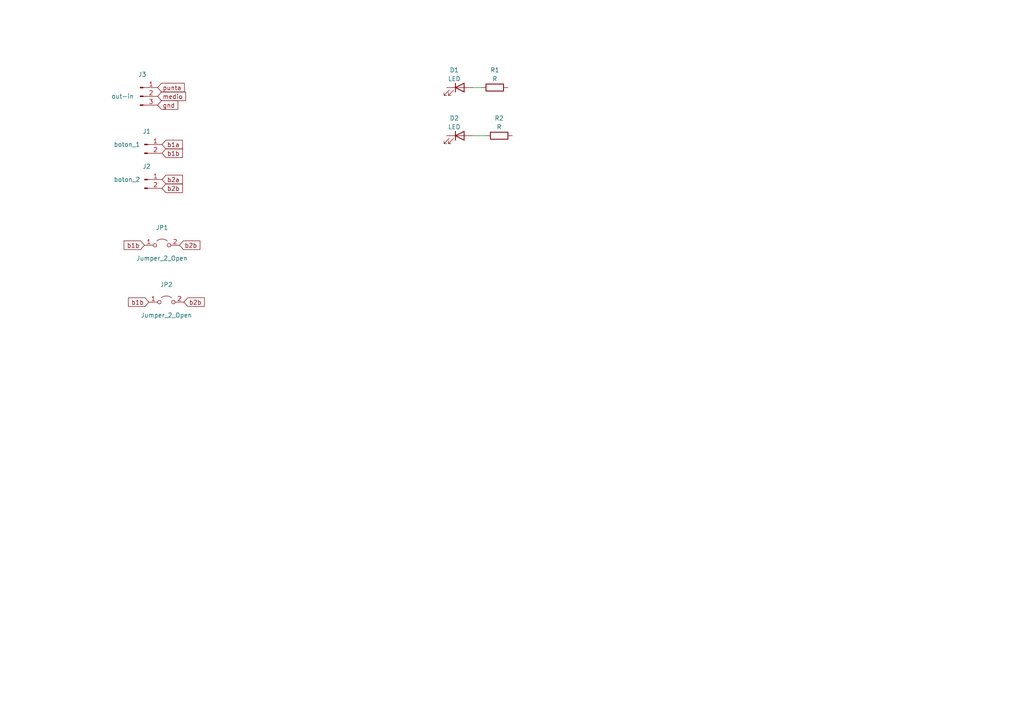
<source format=kicad_sch>
(kicad_sch (version 20230121) (generator eeschema)
  (paper "A4")
  (lib_symbols
    (symbol "Connector:Conn_01x02_Pin" (pin_names (offset 1.016) hide)
      (property "Reference" "J" (at 0 2.54 0))
      (property "Value" "Conn_01x02_Pin" (at 0 -5.08 0))
      (symbol "Conn_01x02_Pin_1_1"
        (polyline (pts (xy 1.27 -2.54) (xy 0.8636 -2.54)) (stroke (width 0.1524)))
        (polyline (pts (xy 1.27 0) (xy 0.8636 0)) (stroke (width 0.1524)))
        (rectangle (start 0.8636 -2.413) (end 0 -2.667) (stroke (width 0.1524)) (fill (type outline)))
        (rectangle (start 0.8636 0.127) (end 0 -0.127) (stroke (width 0.1524)) (fill (type outline)))
        (pin passive line (at 5.08 0 180) (length 3.81) (name "Pin_1") (number "1"))
        (pin passive line (at 5.08 -2.54 180) (length 3.81) (name "Pin_2") (number "2"))
      )
    )
    (symbol "Connector:Conn_01x03_Pin" (pin_names (offset 1.016) hide)
      (property "Reference" "J" (at 0 5.08 0))
      (property "Value" "Conn_01x03_Pin" (at 0 -5.08 0))
      (symbol "Conn_01x03_Pin_1_1"
        (polyline (pts (xy 1.27 -2.54) (xy 0.8636 -2.54)) (stroke (width 0.1524)))
        (polyline (pts (xy 1.27 0) (xy 0.8636 0)) (stroke (width 0.1524)))
        (polyline (pts (xy 1.27 2.54) (xy 0.8636 2.54)) (stroke (width 0.1524)))
        (rectangle (start 0.8636 -2.413) (end 0 -2.667) (stroke (width 0.1524)) (fill (type outline)))
        (rectangle (start 0.8636 0.127) (end 0 -0.127) (stroke (width 0.1524)) (fill (type outline)))
        (rectangle (start 0.8636 2.667) (end 0 2.413) (stroke (width 0.1524)) (fill (type outline)))
        (pin passive line (at 5.08 2.54 180) (length 3.81) (name "Pin_1") (number "1"))
        (pin passive line (at 5.08 0 180) (length 3.81) (name "Pin_2") (number "2"))
        (pin passive line (at 5.08 -2.54 180) (length 3.81) (name "Pin_3") (number "3"))
      )
    )
    (symbol "Device:LED" (pin_numbers hide) (pin_names (offset 1.016) hide)
      (property "Reference" "D" (at 0 2.54 0))
      (property "Value" "LED" (at 0 -2.54 0))
      (symbol "LED_0_1"
        (polyline (pts (xy -1.27 -1.27) (xy -1.27 1.27)) (stroke (width 0.254)))
        (polyline (pts (xy -1.27 0) (xy 1.27 0)))
        (polyline (pts (xy 1.27 -1.27) (xy 1.27 1.27) (xy -1.27 0) (xy 1.27 -1.27)) (stroke (width 0.254)))
        (polyline (pts (xy -3.048 -0.762) (xy -4.572 -2.286) (xy -3.81 -2.286) (xy -4.572 -2.286) (xy -4.572 -1.524)))
        (polyline (pts (xy -1.778 -0.762) (xy -3.302 -2.286) (xy -2.54 -2.286) (xy -3.302 -2.286) (xy -3.302 -1.524)))
      )
      (symbol "LED_1_1"
        (pin passive line (at -3.81 0 0) (length 2.54) (name "K") (number "1"))
        (pin passive line (at 3.81 0 180) (length 2.54) (name "A") (number "2"))
      )
    )
    (symbol "Device:R" (pin_numbers hide) (pin_names (offset 0))
      (property "Reference" "R" (at 2.032 0 90))
      (property "Value" "R" (at 0 0 90))
      (symbol "R_0_1"
        (rectangle (start -1.016 -2.54) (end 1.016 2.54) (stroke (width 0.254)))
      )
      (symbol "R_1_1"
        (pin passive line (at 0 3.81 270) (length 1.27) (name "~") (number "1"))
        (pin passive line (at 0 -3.81 90) (length 1.27) (name "~") (number "2"))
      )
    )
    (symbol "Jumper:Jumper_2_Open" (pin_names (offset 0) hide)
      (property "Reference" "JP" (at 0 2.794 0))
      (property "Value" "Jumper_2_Open" (at 0 -2.286 0))
      (symbol "Jumper_2_Open_0_0"
        (circle (center -2.032 0) (radius 0.508))
        (circle (center 2.032 0) (radius 0.508))
      )
      (symbol "Jumper_2_Open_0_1"
        (arc (start 1.524 1.27) (mid 0 1.778) (end -1.524 1.27))
      )
      (symbol "Jumper_2_Open_1_1"
        (pin passive line (at -5.08 0 0) (length 2.54) (name "A") (number "1"))
        (pin passive line (at 5.08 0 180) (length 2.54) (name "B") (number "2"))
      )
    )
  )
  (wire (pts (xy 137.16 25.4) (xy 139.7 25.4)))
  (wire (pts (xy 137.16 39.37) (xy 140.97 39.37)))
  (global_label "b1b" (shape input) (at 43.18 87.63 180) (property "Intersheetrefs" "${INTERSHEET_REFS}" (effects hide)))
  (global_label "b1b" (shape input) (at 41.91 71.12 180) (property "Intersheetrefs" "${INTERSHEET_REFS}" (effects hide)))
  (global_label "b1a" (shape input) (at 46.99 41.91 0) (property "Intersheetrefs" "${INTERSHEET_REFS}" (effects hide)))
  (global_label "b2b" (shape input) (at 53.34 87.63 0) (property "Intersheetrefs" "${INTERSHEET_REFS}" (effects hide)))
  (global_label "b2b" (shape input) (at 46.99 54.61 0) (property "Intersheetrefs" "${INTERSHEET_REFS}" (effects hide)))
  (global_label "medio" (shape input) (at 45.72 27.94 0) (property "Intersheetrefs" "${INTERSHEET_REFS}" (effects hide)))
  (global_label "b2a" (shape input) (at 46.99 52.07 0) (property "Intersheetrefs" "${INTERSHEET_REFS}" (effects hide)))
  (global_label "b2b" (shape input) (at 52.07 71.12 0) (property "Intersheetrefs" "${INTERSHEET_REFS}" (effects hide)))
  (global_label "gnd" (shape input) (at 45.72 30.48 0) (property "Intersheetrefs" "${INTERSHEET_REFS}" (effects hide)))
  (global_label "b1b" (shape input) (at 46.99 44.45 0) (property "Intersheetrefs" "${INTERSHEET_REFS}" (effects hide)))
  (global_label "punta" (shape input) (at 45.72 25.4 0) (property "Intersheetrefs" "${INTERSHEET_REFS}" (effects hide)))
  (symbol (lib_id "Device:LED") (at 133.35 39.37 0) (unit 1)
    (property "Reference" "D2" (at 131.7625 34.29 0))
    (property "Value" "LED" (at 131.7625 36.83 0))
    (property "Footprint" "LED_THT:LED_D5.0mm" (effects hide))
  )
  (symbol (lib_id "Connector:Conn_01x02_Pin") (at 41.91 52.07 0) (unit 1)
    (property "Reference" "J2" (at 42.545 48.26 0))
    (property "Value" "boton_2" (at 36.83 52.07 0))
    (property "Footprint" "Connector_PinHeader_2.54mm:PinHeader_1x02_P2.54mm_Vertical" (effects hide))
  )
  (symbol (lib_id "Connector:Conn_01x02_Pin") (at 41.91 41.91 0) (unit 1)
    (property "Reference" "J1" (at 42.545 38.1 0))
    (property "Value" "boton_1" (at 36.83 41.91 0))
    (property "Footprint" "Connector_PinHeader_2.54mm:PinHeader_1x02_P2.54mm_Vertical" (effects hide))
  )
  (symbol (lib_id "Connector:Conn_01x03_Pin") (at 40.64 27.94 0) (unit 1)
    (property "Reference" "J3" (at 41.275 21.59 0))
    (property "Value" "out-in" (at 35.56 27.94 0))
    (property "Footprint" "Connector_PinHeader_2.54mm:PinHeader_1x03_P2.54mm_Vertical" (effects hide))
  )
  (symbol (lib_id "Device:R") (at 143.51 25.4 90) (unit 1)
    (property "Reference" "R1" (at 143.51 20.32 90))
    (property "Value" "R" (at 143.51 22.86 90))
    (property "Footprint" "Resistor_THT:R_Axial_DIN0207_L6.3mm_D2.5mm_P7.62mm_Horizontal" (effects hide))
  )
  (symbol (lib_id "Jumper:Jumper_2_Open") (at 48.26 87.63 0) (unit 1)
    (property "Reference" "JP2" (at 48.26 82.55 0))
    (property "Value" "Jumper_2_Open" (at 48.26 91.44 0))
    (property "Footprint" "Connector_PinHeader_1.00mm:PinHeader_1x02_P1.00mm_Vertical" (effects hide))
  )
  (symbol (lib_id "Device:R") (at 144.78 39.37 90) (unit 1)
    (property "Reference" "R2" (at 144.78 34.29 90))
    (property "Value" "R" (at 144.78 36.83 90))
    (property "Footprint" "Resistor_THT:R_Axial_DIN0207_L6.3mm_D2.5mm_P7.62mm_Horizontal" (effects hide))
  )
  (symbol (lib_id "Jumper:Jumper_2_Open") (at 46.99 71.12 0) (unit 1)
    (property "Reference" "JP1" (at 46.99 66.04 0))
    (property "Value" "Jumper_2_Open" (at 46.99 74.93 0))
    (property "Footprint" "Connector_PinHeader_1.00mm:PinHeader_1x02_P1.00mm_Vertical" (effects hide))
  )
  (symbol (lib_id "Device:LED") (at 133.35 25.4 0) (unit 1)
    (property "Reference" "D1" (at 131.7625 20.32 0))
    (property "Value" "LED" (at 131.7625 22.86 0))
    (property "Footprint" "LED_THT:LED_D5.0mm" (effects hide))
  )
)
</source>
